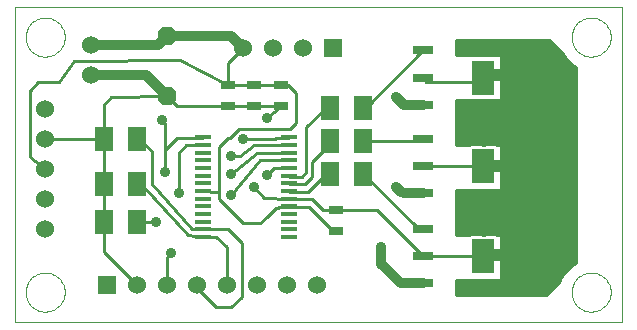
<source format=gtl>
G75*
G70*
%OFA0B0*%
%FSLAX24Y24*%
%IPPOS*%
%LPD*%
%AMOC8*
5,1,8,0,0,1.08239X$1,22.5*
%
%ADD10C,0.0000*%
%ADD11R,0.0709X0.0315*%
%ADD12R,0.0728X0.1181*%
%ADD13R,0.0630X0.0787*%
%ADD14OC8,0.0630*%
%ADD15R,0.0472X0.0315*%
%ADD16C,0.0600*%
%ADD17R,0.0600X0.0600*%
%ADD18R,0.0550X0.0137*%
%ADD19C,0.0100*%
%ADD20C,0.0320*%
%ADD21C,0.0360*%
%ADD22C,0.0400*%
D10*
X000240Y000262D02*
X000240Y010758D01*
X020460Y010758D01*
X020460Y000262D01*
X000240Y000262D01*
X000590Y001262D02*
X000592Y001312D01*
X000598Y001362D01*
X000608Y001412D01*
X000621Y001460D01*
X000638Y001508D01*
X000659Y001554D01*
X000683Y001598D01*
X000711Y001640D01*
X000742Y001680D01*
X000776Y001717D01*
X000813Y001752D01*
X000852Y001783D01*
X000893Y001812D01*
X000937Y001837D01*
X000983Y001859D01*
X001030Y001877D01*
X001078Y001891D01*
X001127Y001902D01*
X001177Y001909D01*
X001227Y001912D01*
X001278Y001911D01*
X001328Y001906D01*
X001378Y001897D01*
X001426Y001885D01*
X001474Y001868D01*
X001520Y001848D01*
X001565Y001825D01*
X001608Y001798D01*
X001648Y001768D01*
X001686Y001735D01*
X001721Y001699D01*
X001754Y001660D01*
X001783Y001619D01*
X001809Y001576D01*
X001832Y001531D01*
X001851Y001484D01*
X001866Y001436D01*
X001878Y001387D01*
X001886Y001337D01*
X001890Y001287D01*
X001890Y001237D01*
X001886Y001187D01*
X001878Y001137D01*
X001866Y001088D01*
X001851Y001040D01*
X001832Y000993D01*
X001809Y000948D01*
X001783Y000905D01*
X001754Y000864D01*
X001721Y000825D01*
X001686Y000789D01*
X001648Y000756D01*
X001608Y000726D01*
X001565Y000699D01*
X001520Y000676D01*
X001474Y000656D01*
X001426Y000639D01*
X001378Y000627D01*
X001328Y000618D01*
X001278Y000613D01*
X001227Y000612D01*
X001177Y000615D01*
X001127Y000622D01*
X001078Y000633D01*
X001030Y000647D01*
X000983Y000665D01*
X000937Y000687D01*
X000893Y000712D01*
X000852Y000741D01*
X000813Y000772D01*
X000776Y000807D01*
X000742Y000844D01*
X000711Y000884D01*
X000683Y000926D01*
X000659Y000970D01*
X000638Y001016D01*
X000621Y001064D01*
X000608Y001112D01*
X000598Y001162D01*
X000592Y001212D01*
X000590Y001262D01*
X000590Y009762D02*
X000592Y009812D01*
X000598Y009862D01*
X000608Y009912D01*
X000621Y009960D01*
X000638Y010008D01*
X000659Y010054D01*
X000683Y010098D01*
X000711Y010140D01*
X000742Y010180D01*
X000776Y010217D01*
X000813Y010252D01*
X000852Y010283D01*
X000893Y010312D01*
X000937Y010337D01*
X000983Y010359D01*
X001030Y010377D01*
X001078Y010391D01*
X001127Y010402D01*
X001177Y010409D01*
X001227Y010412D01*
X001278Y010411D01*
X001328Y010406D01*
X001378Y010397D01*
X001426Y010385D01*
X001474Y010368D01*
X001520Y010348D01*
X001565Y010325D01*
X001608Y010298D01*
X001648Y010268D01*
X001686Y010235D01*
X001721Y010199D01*
X001754Y010160D01*
X001783Y010119D01*
X001809Y010076D01*
X001832Y010031D01*
X001851Y009984D01*
X001866Y009936D01*
X001878Y009887D01*
X001886Y009837D01*
X001890Y009787D01*
X001890Y009737D01*
X001886Y009687D01*
X001878Y009637D01*
X001866Y009588D01*
X001851Y009540D01*
X001832Y009493D01*
X001809Y009448D01*
X001783Y009405D01*
X001754Y009364D01*
X001721Y009325D01*
X001686Y009289D01*
X001648Y009256D01*
X001608Y009226D01*
X001565Y009199D01*
X001520Y009176D01*
X001474Y009156D01*
X001426Y009139D01*
X001378Y009127D01*
X001328Y009118D01*
X001278Y009113D01*
X001227Y009112D01*
X001177Y009115D01*
X001127Y009122D01*
X001078Y009133D01*
X001030Y009147D01*
X000983Y009165D01*
X000937Y009187D01*
X000893Y009212D01*
X000852Y009241D01*
X000813Y009272D01*
X000776Y009307D01*
X000742Y009344D01*
X000711Y009384D01*
X000683Y009426D01*
X000659Y009470D01*
X000638Y009516D01*
X000621Y009564D01*
X000608Y009612D01*
X000598Y009662D01*
X000592Y009712D01*
X000590Y009762D01*
X018790Y009762D02*
X018792Y009812D01*
X018798Y009862D01*
X018808Y009912D01*
X018821Y009960D01*
X018838Y010008D01*
X018859Y010054D01*
X018883Y010098D01*
X018911Y010140D01*
X018942Y010180D01*
X018976Y010217D01*
X019013Y010252D01*
X019052Y010283D01*
X019093Y010312D01*
X019137Y010337D01*
X019183Y010359D01*
X019230Y010377D01*
X019278Y010391D01*
X019327Y010402D01*
X019377Y010409D01*
X019427Y010412D01*
X019478Y010411D01*
X019528Y010406D01*
X019578Y010397D01*
X019626Y010385D01*
X019674Y010368D01*
X019720Y010348D01*
X019765Y010325D01*
X019808Y010298D01*
X019848Y010268D01*
X019886Y010235D01*
X019921Y010199D01*
X019954Y010160D01*
X019983Y010119D01*
X020009Y010076D01*
X020032Y010031D01*
X020051Y009984D01*
X020066Y009936D01*
X020078Y009887D01*
X020086Y009837D01*
X020090Y009787D01*
X020090Y009737D01*
X020086Y009687D01*
X020078Y009637D01*
X020066Y009588D01*
X020051Y009540D01*
X020032Y009493D01*
X020009Y009448D01*
X019983Y009405D01*
X019954Y009364D01*
X019921Y009325D01*
X019886Y009289D01*
X019848Y009256D01*
X019808Y009226D01*
X019765Y009199D01*
X019720Y009176D01*
X019674Y009156D01*
X019626Y009139D01*
X019578Y009127D01*
X019528Y009118D01*
X019478Y009113D01*
X019427Y009112D01*
X019377Y009115D01*
X019327Y009122D01*
X019278Y009133D01*
X019230Y009147D01*
X019183Y009165D01*
X019137Y009187D01*
X019093Y009212D01*
X019052Y009241D01*
X019013Y009272D01*
X018976Y009307D01*
X018942Y009344D01*
X018911Y009384D01*
X018883Y009426D01*
X018859Y009470D01*
X018838Y009516D01*
X018821Y009564D01*
X018808Y009612D01*
X018798Y009662D01*
X018792Y009712D01*
X018790Y009762D01*
X018790Y001262D02*
X018792Y001312D01*
X018798Y001362D01*
X018808Y001412D01*
X018821Y001460D01*
X018838Y001508D01*
X018859Y001554D01*
X018883Y001598D01*
X018911Y001640D01*
X018942Y001680D01*
X018976Y001717D01*
X019013Y001752D01*
X019052Y001783D01*
X019093Y001812D01*
X019137Y001837D01*
X019183Y001859D01*
X019230Y001877D01*
X019278Y001891D01*
X019327Y001902D01*
X019377Y001909D01*
X019427Y001912D01*
X019478Y001911D01*
X019528Y001906D01*
X019578Y001897D01*
X019626Y001885D01*
X019674Y001868D01*
X019720Y001848D01*
X019765Y001825D01*
X019808Y001798D01*
X019848Y001768D01*
X019886Y001735D01*
X019921Y001699D01*
X019954Y001660D01*
X019983Y001619D01*
X020009Y001576D01*
X020032Y001531D01*
X020051Y001484D01*
X020066Y001436D01*
X020078Y001387D01*
X020086Y001337D01*
X020090Y001287D01*
X020090Y001237D01*
X020086Y001187D01*
X020078Y001137D01*
X020066Y001088D01*
X020051Y001040D01*
X020032Y000993D01*
X020009Y000948D01*
X019983Y000905D01*
X019954Y000864D01*
X019921Y000825D01*
X019886Y000789D01*
X019848Y000756D01*
X019808Y000726D01*
X019765Y000699D01*
X019720Y000676D01*
X019674Y000656D01*
X019626Y000639D01*
X019578Y000627D01*
X019528Y000618D01*
X019478Y000613D01*
X019427Y000612D01*
X019377Y000615D01*
X019327Y000622D01*
X019278Y000633D01*
X019230Y000647D01*
X019183Y000665D01*
X019137Y000687D01*
X019093Y000712D01*
X019052Y000741D01*
X019013Y000772D01*
X018976Y000807D01*
X018942Y000844D01*
X018911Y000884D01*
X018883Y000926D01*
X018859Y000970D01*
X018838Y001016D01*
X018821Y001064D01*
X018808Y001112D01*
X018798Y001162D01*
X018792Y001212D01*
X018790Y001262D01*
D11*
X013836Y001557D03*
X013840Y002462D03*
X013836Y003368D03*
X013836Y004557D03*
X013840Y005462D03*
X013836Y006368D03*
X013836Y007507D03*
X013840Y008412D03*
X013836Y009318D03*
D12*
X015840Y008412D03*
X015840Y005462D03*
X015840Y002462D03*
D13*
X011841Y005212D03*
X010738Y005212D03*
X010738Y006312D03*
X011841Y006312D03*
X011841Y007412D03*
X010738Y007412D03*
X004291Y006362D03*
X003188Y006362D03*
X003188Y004862D03*
X004291Y004862D03*
X004291Y003612D03*
X003188Y003612D03*
D14*
X005290Y007812D03*
X005290Y009812D03*
D15*
X007340Y008166D03*
X008190Y008166D03*
X009090Y008166D03*
X009090Y007458D03*
X008190Y007458D03*
X007340Y007458D03*
X010940Y004016D03*
X010940Y003308D03*
D16*
X010290Y001512D03*
X009290Y001512D03*
X008290Y001512D03*
X007290Y001512D03*
X006290Y001512D03*
X005290Y001512D03*
X004290Y001512D03*
X001240Y003362D03*
X001240Y004362D03*
X001240Y005362D03*
X001240Y006362D03*
X001240Y007362D03*
X002758Y008508D03*
X002758Y009508D03*
X007840Y009412D03*
X008840Y009412D03*
X009840Y009412D03*
D17*
X010840Y009412D03*
X003290Y001512D03*
D18*
X006500Y003099D03*
X006500Y003355D03*
X006500Y003610D03*
X006500Y003866D03*
X006500Y004122D03*
X006500Y004378D03*
X006500Y004634D03*
X006500Y004890D03*
X006500Y005146D03*
X006500Y005402D03*
X006500Y005658D03*
X006500Y005914D03*
X006500Y006170D03*
X006500Y006425D03*
X009379Y006425D03*
X009379Y006170D03*
X009379Y005914D03*
X009379Y005658D03*
X009379Y005402D03*
X009379Y005146D03*
X009379Y004890D03*
X009379Y004634D03*
X009379Y004378D03*
X009379Y004122D03*
X009379Y003866D03*
X009379Y003610D03*
X009379Y003355D03*
X009379Y003099D03*
D19*
X008640Y003762D02*
X008390Y003562D01*
X007840Y003562D01*
X007040Y004362D01*
X007040Y004612D01*
X007040Y005262D01*
X007040Y006112D01*
X007340Y006412D01*
X007390Y006412D01*
X007690Y006712D01*
X009390Y006712D01*
X009590Y006912D01*
X009590Y007912D01*
X009340Y008162D01*
X009094Y008162D01*
X009090Y008166D01*
X008190Y008166D01*
X007340Y008166D01*
X005740Y009012D01*
X002190Y008962D01*
X001690Y008262D01*
X000990Y008262D01*
X000740Y007962D01*
X000740Y005762D01*
X001240Y005362D01*
X001240Y006362D02*
X003188Y006362D01*
X003188Y007511D01*
X003440Y007762D01*
X005290Y007812D01*
X005644Y007458D01*
X007340Y007458D01*
X008190Y007458D01*
X009090Y007458D01*
X008640Y007062D01*
X008940Y006412D02*
X009366Y006412D01*
X009379Y006425D01*
X009379Y006170D02*
X008947Y006170D01*
X008940Y006162D01*
X008190Y006162D01*
X007740Y005812D01*
X007440Y005812D01*
X007040Y005362D02*
X007040Y005262D01*
X007440Y005212D02*
X008290Y005912D01*
X009379Y005914D01*
X008991Y005914D01*
X008990Y005662D02*
X009379Y005658D01*
X009379Y005402D02*
X008879Y005402D01*
X008640Y005162D01*
X008190Y004762D02*
X008540Y004412D01*
X009379Y004378D01*
X009395Y004362D01*
X010140Y004362D01*
X010485Y004016D01*
X010940Y004016D01*
X012285Y004016D01*
X013840Y002462D01*
X015840Y002462D01*
X016440Y002430D02*
X018940Y002430D01*
X018940Y002331D02*
X016440Y002331D01*
X016440Y002233D02*
X018921Y002233D01*
X018940Y002244D02*
X018764Y002142D01*
X018559Y001937D01*
X016440Y001937D01*
X016440Y001839D02*
X018502Y001839D01*
X018445Y001740D02*
X016440Y001740D01*
X016440Y001662D02*
X016440Y003162D01*
X016306Y003162D01*
X016266Y003203D01*
X015889Y003203D01*
X015889Y003162D01*
X015790Y003162D01*
X015790Y003203D01*
X015413Y003203D01*
X015373Y003162D01*
X014940Y003162D01*
X014940Y004662D01*
X016440Y004662D01*
X016440Y006162D01*
X016306Y006162D01*
X016266Y006203D01*
X015889Y006203D01*
X015889Y006162D01*
X015790Y006162D01*
X015790Y006203D01*
X015413Y006203D01*
X015373Y006162D01*
X014940Y006162D01*
X014940Y007662D01*
X016440Y007662D01*
X016440Y009162D01*
X014940Y009162D01*
X014940Y009662D01*
X018044Y009662D01*
X018485Y009215D01*
X018559Y009087D01*
X018764Y008882D01*
X018880Y008815D01*
X018940Y008755D01*
X018940Y002244D01*
X018756Y002134D02*
X016440Y002134D01*
X016440Y002036D02*
X018658Y002036D01*
X018559Y001937D02*
X018414Y001687D01*
X018396Y001619D01*
X017940Y001162D01*
X014940Y001162D01*
X014940Y001662D01*
X016440Y001662D01*
X014940Y001642D02*
X018402Y001642D01*
X018321Y001543D02*
X014940Y001543D01*
X014940Y001445D02*
X018222Y001445D01*
X018124Y001346D02*
X014940Y001346D01*
X014940Y001247D02*
X018025Y001247D01*
X018940Y002529D02*
X016440Y002529D01*
X016440Y002627D02*
X018940Y002627D01*
X018940Y002726D02*
X016440Y002726D01*
X016440Y002824D02*
X018940Y002824D01*
X018940Y002923D02*
X016440Y002923D01*
X016440Y003021D02*
X018940Y003021D01*
X018940Y003120D02*
X016440Y003120D01*
X014940Y003218D02*
X018940Y003218D01*
X018940Y003317D02*
X014940Y003317D01*
X014940Y003415D02*
X018940Y003415D01*
X018940Y003514D02*
X014940Y003514D01*
X014940Y003613D02*
X018940Y003613D01*
X018940Y003711D02*
X014940Y003711D01*
X014940Y003810D02*
X018940Y003810D01*
X018940Y003908D02*
X014940Y003908D01*
X014940Y004007D02*
X018940Y004007D01*
X018940Y004105D02*
X014940Y004105D01*
X014940Y004204D02*
X018940Y004204D01*
X018940Y004302D02*
X014940Y004302D01*
X014940Y004401D02*
X018940Y004401D01*
X018940Y004499D02*
X014940Y004499D01*
X014940Y004598D02*
X018940Y004598D01*
X018940Y004696D02*
X016440Y004696D01*
X016440Y004795D02*
X018940Y004795D01*
X018940Y004894D02*
X016440Y004894D01*
X016440Y004992D02*
X018940Y004992D01*
X018940Y005091D02*
X016440Y005091D01*
X016440Y005189D02*
X018940Y005189D01*
X018940Y005288D02*
X016440Y005288D01*
X016440Y005386D02*
X018940Y005386D01*
X018940Y005485D02*
X016440Y005485D01*
X016440Y005583D02*
X018940Y005583D01*
X018940Y005682D02*
X016440Y005682D01*
X016440Y005780D02*
X018940Y005780D01*
X018940Y005879D02*
X016440Y005879D01*
X016440Y005978D02*
X018940Y005978D01*
X018940Y006076D02*
X016440Y006076D01*
X016294Y006175D02*
X018940Y006175D01*
X018940Y006273D02*
X014940Y006273D01*
X014940Y006175D02*
X015385Y006175D01*
X015790Y006175D02*
X015889Y006175D01*
X014940Y006372D02*
X018940Y006372D01*
X018940Y006470D02*
X014940Y006470D01*
X014940Y006569D02*
X018940Y006569D01*
X018940Y006667D02*
X014940Y006667D01*
X014940Y006766D02*
X018940Y006766D01*
X018940Y006864D02*
X014940Y006864D01*
X014940Y006963D02*
X018940Y006963D01*
X018940Y007062D02*
X014940Y007062D01*
X014940Y007160D02*
X018940Y007160D01*
X018940Y007259D02*
X014940Y007259D01*
X014940Y007357D02*
X018940Y007357D01*
X018940Y007456D02*
X014940Y007456D01*
X014940Y007554D02*
X018940Y007554D01*
X018940Y007653D02*
X014940Y007653D01*
X015940Y008262D02*
X013940Y008262D01*
X013840Y008412D01*
X014940Y009229D02*
X018471Y009229D01*
X018534Y009131D02*
X016440Y009131D01*
X016440Y009032D02*
X018614Y009032D01*
X018712Y008934D02*
X016440Y008934D01*
X016440Y008835D02*
X018845Y008835D01*
X018940Y008737D02*
X016440Y008737D01*
X016440Y008638D02*
X018940Y008638D01*
X018940Y008540D02*
X016440Y008540D01*
X016440Y008441D02*
X018940Y008441D01*
X018940Y008343D02*
X016440Y008343D01*
X016440Y008244D02*
X018940Y008244D01*
X018940Y008146D02*
X016440Y008146D01*
X016440Y008047D02*
X018940Y008047D01*
X018940Y007948D02*
X016440Y007948D01*
X016440Y007850D02*
X018940Y007850D01*
X018940Y007751D02*
X016440Y007751D01*
X015940Y008262D02*
X015840Y008412D01*
X014940Y009328D02*
X018373Y009328D01*
X018276Y009427D02*
X014940Y009427D01*
X014940Y009525D02*
X018179Y009525D01*
X018082Y009624D02*
X014940Y009624D01*
X013836Y009318D02*
X011930Y007412D01*
X011841Y007412D01*
X010738Y007412D02*
X010590Y007412D01*
X009940Y006762D01*
X009940Y005262D01*
X009790Y005112D01*
X009413Y005112D01*
X009379Y005146D01*
X009379Y004890D02*
X009407Y004862D01*
X009890Y004862D01*
X010140Y005112D01*
X010140Y005612D01*
X010738Y006211D01*
X010738Y006312D01*
X011841Y006312D02*
X013780Y006312D01*
X013836Y006368D01*
X013840Y005462D02*
X015840Y005462D01*
X013836Y003368D02*
X013685Y003368D01*
X011841Y005212D01*
X010738Y005212D02*
X010590Y005212D01*
X009990Y004612D01*
X009401Y004612D01*
X009379Y004634D01*
X009379Y004122D02*
X009369Y004112D01*
X009040Y004112D01*
X008990Y004062D01*
X008940Y004062D01*
X008640Y003762D01*
X009379Y004122D02*
X009389Y004112D01*
X010040Y004112D01*
X010844Y003308D01*
X010940Y003308D01*
X007790Y002912D02*
X007340Y003362D01*
X006508Y003362D01*
X006500Y003355D01*
X006493Y003362D01*
X006140Y003362D01*
X004790Y004862D01*
X004790Y005962D01*
X004340Y006362D01*
X004291Y006362D01*
X005240Y006012D02*
X005240Y006912D01*
X005140Y007012D01*
X005640Y006412D02*
X006487Y006412D01*
X006500Y006425D01*
X006442Y006425D01*
X006439Y006429D01*
X006495Y006429D01*
X006500Y006170D02*
X006493Y006162D01*
X005940Y006162D01*
X005690Y005912D01*
X005690Y004562D01*
X006500Y004634D02*
X006954Y004616D01*
X007040Y004612D01*
X007440Y004512D02*
X008390Y005662D01*
X008990Y005662D01*
X008890Y006362D02*
X007840Y006362D01*
X008890Y006362D02*
X008940Y006412D01*
X007340Y008166D02*
X007340Y008912D01*
X007840Y009412D01*
X005640Y006412D02*
X005240Y006012D01*
X005240Y005262D01*
X004490Y004862D02*
X004490Y004812D01*
X005990Y003162D01*
X006487Y003112D01*
X006500Y003099D01*
X006514Y003112D01*
X006940Y003112D01*
X007290Y002762D01*
X007290Y001512D01*
X007790Y001112D02*
X007790Y002912D01*
X005440Y002562D02*
X005290Y002412D01*
X005290Y001512D01*
X004340Y001462D02*
X004290Y001512D01*
X003188Y002613D01*
X003188Y003612D01*
X003188Y004862D01*
X003188Y006362D01*
X004291Y004862D02*
X004490Y004862D01*
X004291Y003612D02*
X004940Y003612D01*
X006290Y001512D02*
X006290Y001412D01*
X006940Y000762D01*
X007440Y000762D01*
X007790Y001112D01*
D20*
X012440Y002212D02*
X013090Y001562D01*
X013830Y001562D01*
X013836Y001557D01*
X012440Y002212D02*
X012440Y002762D01*
X013195Y004557D02*
X013140Y004612D01*
X013090Y004612D01*
X012940Y004762D01*
X013195Y004557D02*
X013836Y004557D01*
X013836Y007507D02*
X013195Y007507D01*
X012940Y007762D01*
X007840Y009412D02*
X007440Y009812D01*
X005290Y009812D01*
X004986Y009508D01*
X002758Y009508D01*
X002758Y008508D02*
X004593Y008508D01*
X005290Y007812D01*
D21*
X005140Y007012D03*
X007440Y005812D03*
X007440Y005212D03*
X008190Y004762D03*
X008640Y005162D03*
X007440Y004512D03*
X005690Y004562D03*
X005240Y005262D03*
X007840Y006362D03*
X008640Y007062D03*
X012940Y007762D03*
X017140Y008512D03*
X018190Y008512D03*
X018190Y007562D03*
X017190Y007562D03*
X017190Y006562D03*
X018190Y006512D03*
X018190Y005512D03*
X017190Y005512D03*
X017190Y004512D03*
X018190Y004512D03*
X018190Y003562D03*
X017190Y003562D03*
X017190Y002512D03*
X018190Y002512D03*
X012940Y004762D03*
X012440Y002762D03*
X005440Y002562D03*
X004940Y003612D03*
D22*
X015840Y002462D02*
X015890Y002512D01*
X016690Y002512D01*
X016690Y001862D01*
X016740Y001812D01*
X018090Y001812D01*
X018190Y001912D01*
X018190Y002512D01*
X017190Y002512D02*
X017190Y003562D01*
X018190Y003562D02*
X018190Y004512D01*
X017190Y004512D02*
X017190Y005512D01*
X018140Y005462D02*
X018190Y005512D01*
X018190Y006512D01*
X017190Y006562D02*
X017190Y007562D01*
X018190Y007562D02*
X018190Y008512D01*
X017140Y008512D02*
X016040Y008512D01*
X015940Y008412D01*
X015940Y008262D01*
X015840Y005462D02*
X018140Y005462D01*
M02*

</source>
